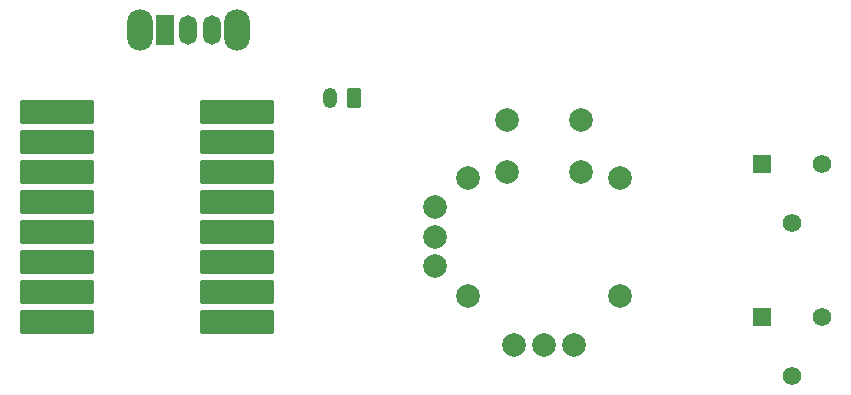
<source format=gts>
%TF.GenerationSoftware,KiCad,Pcbnew,8.0.8*%
%TF.CreationDate,2025-02-13T16:18:38+01:00*%
%TF.ProjectId,T_lecommande,54e96c65-636f-46d6-9d61-6e64652e6b69,rev?*%
%TF.SameCoordinates,Original*%
%TF.FileFunction,Soldermask,Top*%
%TF.FilePolarity,Negative*%
%FSLAX46Y46*%
G04 Gerber Fmt 4.6, Leading zero omitted, Abs format (unit mm)*
G04 Created by KiCad (PCBNEW 8.0.8) date 2025-02-13 16:18:38*
%MOMM*%
%LPD*%
G01*
G04 APERTURE LIST*
G04 Aperture macros list*
%AMRoundRect*
0 Rectangle with rounded corners*
0 $1 Rounding radius*
0 $2 $3 $4 $5 $6 $7 $8 $9 X,Y pos of 4 corners*
0 Add a 4 corners polygon primitive as box body*
4,1,4,$2,$3,$4,$5,$6,$7,$8,$9,$2,$3,0*
0 Add four circle primitives for the rounded corners*
1,1,$1+$1,$2,$3*
1,1,$1+$1,$4,$5*
1,1,$1+$1,$6,$7*
1,1,$1+$1,$8,$9*
0 Add four rect primitives between the rounded corners*
20,1,$1+$1,$2,$3,$4,$5,0*
20,1,$1+$1,$4,$5,$6,$7,0*
20,1,$1+$1,$6,$7,$8,$9,0*
20,1,$1+$1,$8,$9,$2,$3,0*%
G04 Aperture macros list end*
%ADD10C,2.000000*%
%ADD11R,1.560000X1.560000*%
%ADD12C,1.560000*%
%ADD13O,2.200000X3.500000*%
%ADD14R,1.500000X2.500000*%
%ADD15O,1.500000X2.500000*%
%ADD16RoundRect,0.250000X0.350000X0.625000X-0.350000X0.625000X-0.350000X-0.625000X0.350000X-0.625000X0*%
%ADD17O,1.200000X1.750000*%
%ADD18RoundRect,0.102000X-3.000000X-0.952500X3.000000X-0.952500X3.000000X0.952500X-3.000000X0.952500X0*%
G04 APERTURE END LIST*
D10*
%TO.C,R1*%
X86900000Y-68700000D03*
X86900000Y-71200000D03*
X86900000Y-73700000D03*
X93600000Y-80400000D03*
X96100000Y-80400000D03*
X98600000Y-80400000D03*
X99200000Y-65700000D03*
X93000000Y-65700000D03*
X99200000Y-61350000D03*
X93000000Y-61350000D03*
X89650000Y-76200000D03*
X102550000Y-76200000D03*
X89650000Y-66200000D03*
X102550000Y-66200000D03*
%TD*%
D11*
%TO.C,RV2*%
X114600000Y-78020000D03*
D12*
X117100000Y-83020000D03*
X119600000Y-78020000D03*
%TD*%
D13*
%TO.C,SW1*%
X61900000Y-53700000D03*
X70100000Y-53700000D03*
D14*
X64000000Y-53700000D03*
D15*
X66000000Y-53700000D03*
X68000000Y-53700000D03*
%TD*%
D11*
%TO.C,RV1*%
X114600000Y-65020000D03*
D12*
X117100000Y-70020000D03*
X119600000Y-65020000D03*
%TD*%
D16*
%TO.C,J1*%
X80000000Y-59450000D03*
D17*
X78000000Y-59450000D03*
%TD*%
D18*
%TO.C,U1*%
X70100000Y-78420000D03*
X70100000Y-75880000D03*
X70100000Y-73340000D03*
X70100000Y-70800000D03*
X70100000Y-65720000D03*
X70100000Y-68260000D03*
X54860000Y-60640000D03*
X70100000Y-60640000D03*
X54860000Y-63180000D03*
X54860000Y-65720000D03*
X54860000Y-68260000D03*
X54860000Y-70800000D03*
X54860000Y-73340000D03*
X54860000Y-75880000D03*
X54860000Y-78420000D03*
X70100000Y-63180000D03*
%TD*%
M02*

</source>
